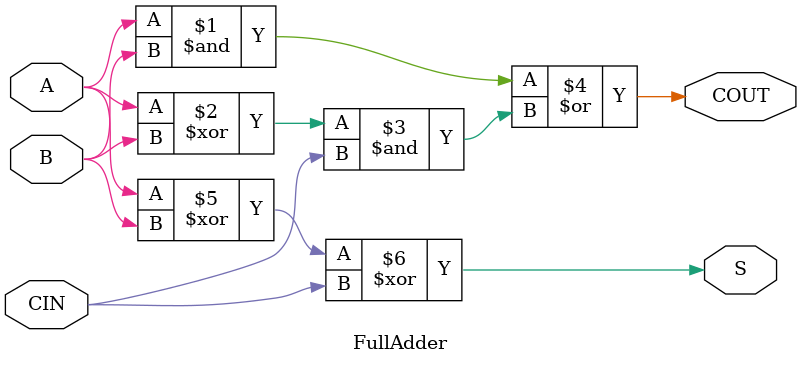
<source format=v>
module FullAdder (
        input A,B,CIN,
        output COUT,S
);

   assign COUT  = (A & B) | (A ^ B) & CIN;
   assign S = A ^ B ^ CIN ; 
endmodule
</source>
